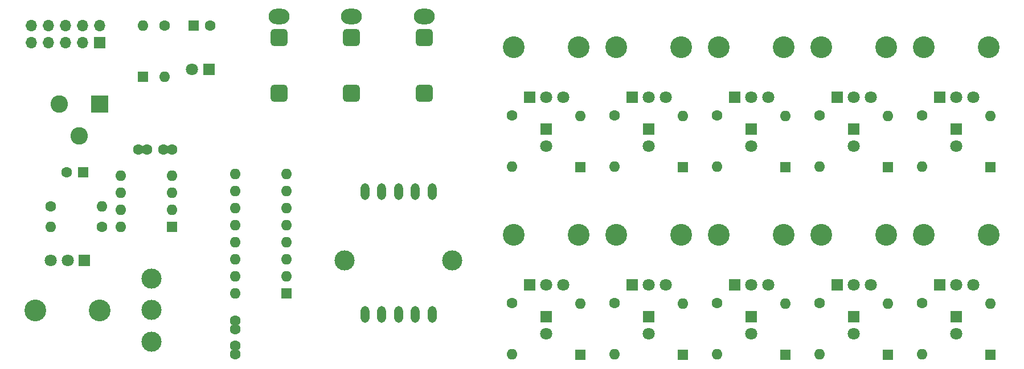
<source format=gbs>
%TF.GenerationSoftware,KiCad,Pcbnew,(6.0.0-0)*%
%TF.CreationDate,2022-04-11T21:26:13+01:00*%
%TF.ProjectId,baby10,62616279-3130-42e6-9b69-6361645f7063,rev?*%
%TF.SameCoordinates,Original*%
%TF.FileFunction,Soldermask,Bot*%
%TF.FilePolarity,Negative*%
%FSLAX46Y46*%
G04 Gerber Fmt 4.6, Leading zero omitted, Abs format (unit mm)*
G04 Created by KiCad (PCBNEW (6.0.0-0)) date 2022-04-11 21:26:13*
%MOMM*%
%LPD*%
G01*
G04 APERTURE LIST*
G04 Aperture macros list*
%AMRoundRect*
0 Rectangle with rounded corners*
0 $1 Rounding radius*
0 $2 $3 $4 $5 $6 $7 $8 $9 X,Y pos of 4 corners*
0 Add a 4 corners polygon primitive as box body*
4,1,4,$2,$3,$4,$5,$6,$7,$8,$9,$2,$3,0*
0 Add four circle primitives for the rounded corners*
1,1,$1+$1,$2,$3*
1,1,$1+$1,$4,$5*
1,1,$1+$1,$6,$7*
1,1,$1+$1,$8,$9*
0 Add four rect primitives between the rounded corners*
20,1,$1+$1,$2,$3,$4,$5,0*
20,1,$1+$1,$4,$5,$6,$7,0*
20,1,$1+$1,$6,$7,$8,$9,0*
20,1,$1+$1,$8,$9,$2,$3,0*%
G04 Aperture macros list end*
%ADD10R,1.800000X1.800000*%
%ADD11C,1.800000*%
%ADD12O,3.100000X2.300000*%
%ADD13RoundRect,0.650000X0.650000X0.650000X-0.650000X0.650000X-0.650000X-0.650000X0.650000X-0.650000X0*%
%ADD14R,1.600000X1.600000*%
%ADD15O,1.600000X1.600000*%
%ADD16C,3.240000*%
%ADD17C,1.600000*%
%ADD18R,2.600000X2.600000*%
%ADD19C,2.600000*%
%ADD20R,1.700000X1.700000*%
%ADD21O,1.700000X1.700000*%
%ADD22C,3.000000*%
%ADD23O,1.300000X2.500000*%
G04 APERTURE END LIST*
D10*
%TO.C,D13*%
X120015000Y-78232000D03*
D11*
X120015000Y-80772000D03*
%TD*%
D12*
%TO.C,J5*%
X101854000Y-33558000D03*
D13*
X101854000Y-44958000D03*
X101854000Y-36658000D03*
%TD*%
D10*
%TO.C,D11*%
X180975000Y-50292000D03*
D11*
X180975000Y-52832000D03*
%TD*%
D10*
%TO.C,D21*%
X180975000Y-78232000D03*
D11*
X180975000Y-80772000D03*
%TD*%
D14*
%TO.C,U2*%
X81407000Y-74803000D03*
D15*
X81407000Y-72263000D03*
X81407000Y-69723000D03*
X81407000Y-67183000D03*
X81407000Y-64643000D03*
X81407000Y-62103000D03*
X81407000Y-59563000D03*
X81407000Y-57023000D03*
X73787000Y-57023000D03*
X73787000Y-59563000D03*
X73787000Y-62103000D03*
X73787000Y-64643000D03*
X73787000Y-67183000D03*
X73787000Y-69723000D03*
X73787000Y-72263000D03*
X73787000Y-74803000D03*
%TD*%
D16*
%TO.C,RV2*%
X115215000Y-38100000D03*
X124815000Y-38100000D03*
D10*
X117515000Y-45600000D03*
D11*
X120015000Y-45600000D03*
X122515000Y-45600000D03*
%TD*%
D10*
%TO.C,D7*%
X150495000Y-50292000D03*
D11*
X150495000Y-52832000D03*
%TD*%
D14*
%TO.C,D22*%
X186055000Y-83947000D03*
D15*
X186055000Y-76327000D03*
%TD*%
D17*
%TO.C,R1*%
X46355000Y-61849000D03*
D15*
X53975000Y-61849000D03*
%TD*%
D17*
%TO.C,R4*%
X114935000Y-48260000D03*
D15*
X114935000Y-55880000D03*
%TD*%
D14*
%TO.C,C2*%
X67564000Y-34925000D03*
D17*
X70064000Y-34925000D03*
%TD*%
%TO.C,R11*%
X145415000Y-76200000D03*
D15*
X145415000Y-83820000D03*
%TD*%
D14*
%TO.C,C1*%
X51181000Y-56769000D03*
D17*
X48681000Y-56769000D03*
%TD*%
D10*
%TO.C,D5*%
X135255000Y-50292000D03*
D11*
X135255000Y-52832000D03*
%TD*%
D17*
%TO.C,R8*%
X175895000Y-48260000D03*
D15*
X175895000Y-55880000D03*
%TD*%
D17*
%TO.C,R3*%
X63246000Y-34925000D03*
D15*
X63246000Y-42545000D03*
%TD*%
D10*
%TO.C,D2*%
X69850000Y-41402000D03*
D11*
X67310000Y-41402000D03*
%TD*%
D17*
%TO.C,R12*%
X160655000Y-76200000D03*
D15*
X160655000Y-83820000D03*
%TD*%
D14*
%TO.C,D20*%
X170815000Y-83947000D03*
D15*
X170815000Y-76327000D03*
%TD*%
D16*
%TO.C,RV1*%
X53655000Y-77343000D03*
X44055000Y-77343000D03*
D10*
X51355000Y-69843000D03*
D11*
X48855000Y-69843000D03*
X46355000Y-69843000D03*
%TD*%
D17*
%TO.C,C4*%
X73787000Y-80117000D03*
X73787000Y-78867000D03*
X73787000Y-82617000D03*
X73787000Y-83867000D03*
%TD*%
D14*
%TO.C,D12*%
X186055000Y-56007000D03*
D15*
X186055000Y-48387000D03*
%TD*%
D16*
%TO.C,RV3*%
X140055000Y-38100000D03*
X130455000Y-38100000D03*
D10*
X132755000Y-45600000D03*
D11*
X135255000Y-45600000D03*
X137755000Y-45600000D03*
%TD*%
D14*
%TO.C,D14*%
X125095000Y-83947000D03*
D15*
X125095000Y-76327000D03*
%TD*%
D14*
%TO.C,D4*%
X125095000Y-56007000D03*
D15*
X125095000Y-48387000D03*
%TD*%
D16*
%TO.C,RV10*%
X170535000Y-66040000D03*
X160935000Y-66040000D03*
D10*
X163235000Y-73540000D03*
D11*
X165735000Y-73540000D03*
X168235000Y-73540000D03*
%TD*%
D12*
%TO.C,J4*%
X91059000Y-33558000D03*
D13*
X91059000Y-44958000D03*
X91059000Y-36658000D03*
%TD*%
D16*
%TO.C,RV5*%
X170535000Y-38100000D03*
X160935000Y-38100000D03*
D10*
X163235000Y-45600000D03*
D11*
X165735000Y-45600000D03*
X168235000Y-45600000D03*
%TD*%
D12*
%TO.C,J3*%
X80264000Y-33558000D03*
D13*
X80264000Y-44958000D03*
X80264000Y-36658000D03*
%TD*%
D18*
%TO.C,J1*%
X53594000Y-46609000D03*
D19*
X47594000Y-46609000D03*
X50594000Y-51309000D03*
%TD*%
D16*
%TO.C,RV7*%
X115215000Y-66040000D03*
X124815000Y-66040000D03*
D10*
X117515000Y-73540000D03*
D11*
X120015000Y-73540000D03*
X122515000Y-73540000D03*
%TD*%
D14*
%TO.C,D10*%
X170815000Y-56007000D03*
D15*
X170815000Y-48387000D03*
%TD*%
D14*
%TO.C,D16*%
X140335000Y-83947000D03*
D15*
X140335000Y-76327000D03*
%TD*%
D17*
%TO.C,R10*%
X130175000Y-76200000D03*
D15*
X130175000Y-83820000D03*
%TD*%
D17*
%TO.C,R9*%
X114935000Y-76200000D03*
D15*
X114935000Y-83820000D03*
%TD*%
D17*
%TO.C,R7*%
X160655000Y-48260000D03*
D15*
X160655000Y-55880000D03*
%TD*%
D17*
%TO.C,R13*%
X175895000Y-76200000D03*
D15*
X175895000Y-83820000D03*
%TD*%
D17*
%TO.C,R5*%
X130175000Y-48260000D03*
D15*
X130175000Y-55880000D03*
%TD*%
D16*
%TO.C,RV9*%
X155295000Y-66040000D03*
X145695000Y-66040000D03*
D10*
X147995000Y-73540000D03*
D11*
X150495000Y-73540000D03*
X152995000Y-73540000D03*
%TD*%
D16*
%TO.C,RV6*%
X185775000Y-38100000D03*
X176175000Y-38100000D03*
D10*
X178475000Y-45600000D03*
D11*
X180975000Y-45600000D03*
X183475000Y-45600000D03*
%TD*%
D16*
%TO.C,RV8*%
X130455000Y-66040000D03*
X140055000Y-66040000D03*
D10*
X132755000Y-73540000D03*
D11*
X135255000Y-73540000D03*
X137755000Y-73540000D03*
%TD*%
D17*
%TO.C,R6*%
X145415000Y-48260000D03*
D15*
X145415000Y-55880000D03*
%TD*%
D17*
%TO.C,C3*%
X63139000Y-53340000D03*
X64389000Y-53340000D03*
X60639000Y-53340000D03*
X59389000Y-53340000D03*
%TD*%
D14*
%TO.C,U1*%
X64389000Y-64897000D03*
D15*
X64389000Y-62357000D03*
X64389000Y-59817000D03*
X64389000Y-57277000D03*
X56769000Y-57277000D03*
X56769000Y-59817000D03*
X56769000Y-62357000D03*
X56769000Y-64897000D03*
%TD*%
D14*
%TO.C,D18*%
X155575000Y-83947000D03*
D15*
X155575000Y-76327000D03*
%TD*%
D16*
%TO.C,RV11*%
X176175000Y-66040000D03*
X185775000Y-66040000D03*
D10*
X178475000Y-73540000D03*
D11*
X180975000Y-73540000D03*
X183475000Y-73540000D03*
%TD*%
D20*
%TO.C,J2*%
X53594000Y-37465000D03*
D21*
X53594000Y-34925000D03*
X51054000Y-37465000D03*
X51054000Y-34925000D03*
X48514000Y-37465000D03*
X48514000Y-34925000D03*
X45974000Y-37465000D03*
X45974000Y-34925000D03*
X43434000Y-37465000D03*
X43434000Y-34925000D03*
%TD*%
D14*
%TO.C,D6*%
X140335000Y-56007000D03*
D15*
X140335000Y-48387000D03*
%TD*%
D14*
%TO.C,D8*%
X155575000Y-56007000D03*
D15*
X155575000Y-48387000D03*
%TD*%
D10*
%TO.C,D17*%
X150495000Y-78232000D03*
D11*
X150495000Y-80772000D03*
%TD*%
D22*
%TO.C,SW1*%
X61366400Y-72593000D03*
X61341000Y-77293000D03*
X61341000Y-81993000D03*
%TD*%
D10*
%TO.C,D19*%
X165735000Y-78232000D03*
D11*
X165735000Y-80772000D03*
%TD*%
D14*
%TO.C,D1*%
X60071000Y-42545000D03*
D15*
X60071000Y-34925000D03*
%TD*%
D22*
%TO.C,SW2*%
X106045000Y-69860598D03*
X90043000Y-69860598D03*
D23*
X93040200Y-59598998D03*
X95554800Y-59598998D03*
X98044000Y-59598998D03*
X100558600Y-59598998D03*
X103047800Y-59598998D03*
X103047800Y-77899698D03*
X100558600Y-77899698D03*
X98044000Y-77899698D03*
X95554800Y-77899698D03*
X93040200Y-77899698D03*
%TD*%
D10*
%TO.C,D3*%
X120015000Y-50292000D03*
D11*
X120015000Y-52832000D03*
%TD*%
D17*
%TO.C,R2*%
X53975000Y-64897000D03*
D15*
X46355000Y-64897000D03*
%TD*%
D16*
%TO.C,RV4*%
X145695000Y-38100000D03*
X155295000Y-38100000D03*
D10*
X147995000Y-45600000D03*
D11*
X150495000Y-45600000D03*
X152995000Y-45600000D03*
%TD*%
D10*
%TO.C,D9*%
X165735000Y-50292000D03*
D11*
X165735000Y-52832000D03*
%TD*%
D10*
%TO.C,D15*%
X135255000Y-78232000D03*
D11*
X135255000Y-80772000D03*
%TD*%
M02*

</source>
